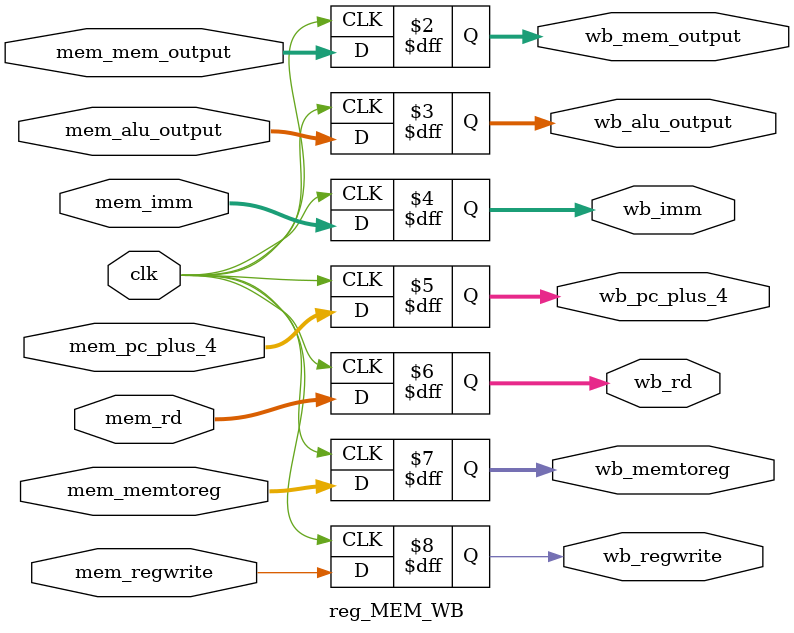
<source format=v>
module reg_MEM_WB(
    input clk,

    input wire [31:0] mem_mem_output,
    input wire [31:0] mem_alu_output,
    input wire [31:0] mem_imm,
    input wire [31:0] mem_pc_plus_4,
    input wire [4:0] mem_rd,

    output reg [31:0] wb_mem_output,
    output reg [31:0] wb_alu_output,
    output reg [31:0] wb_imm,
    output reg [31:0] wb_pc_plus_4,
    output reg [4:0] wb_rd,

    //control signal
    input wire [1:0] mem_memtoreg,
    input wire mem_regwrite,

    output reg [1:0] wb_memtoreg,
    output reg wb_regwrite
);
//mem -> wb 
// data : alu_output, mem_output, imm, pc_plus_4, rd
// sig : memtoreg, regwrite

always @(posedge clk) begin
    wb_mem_output <= mem_mem_output;
    wb_alu_output <= mem_alu_output;
    wb_imm <= mem_imm;
    wb_pc_plus_4 <= mem_pc_plus_4;
    wb_rd <= mem_rd;

    wb_memtoreg <= mem_memtoreg;
    wb_regwrite <= mem_regwrite;

end

endmodule
</source>
